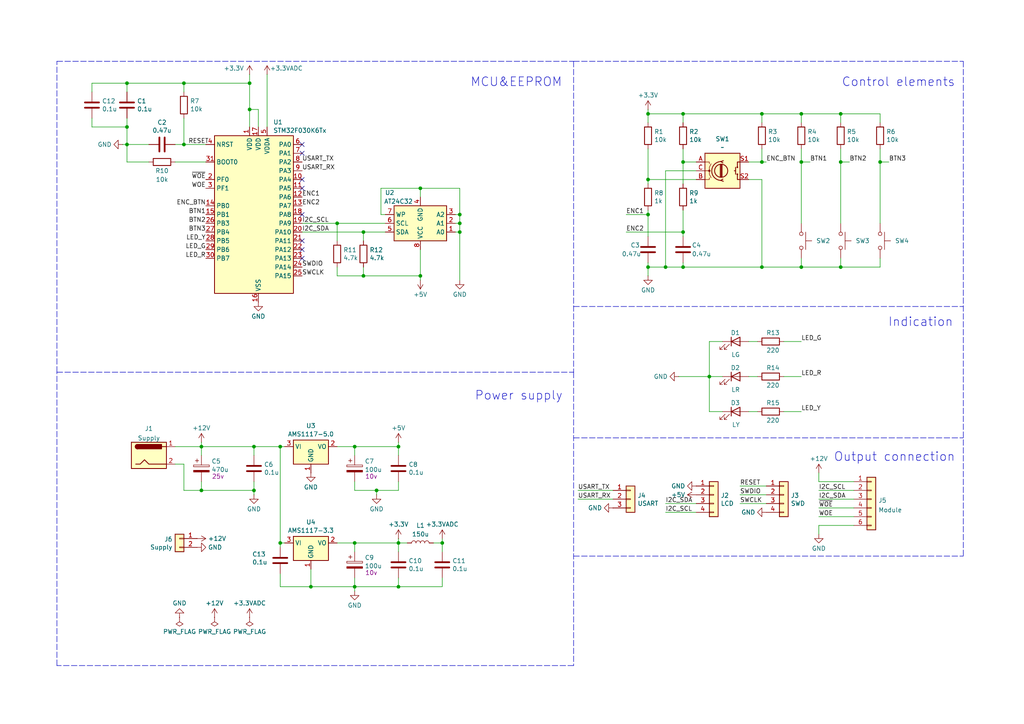
<source format=kicad_sch>
(kicad_sch (version 20231120) (generator "eeschema") (generator_version "8.0")
  (paper "A4")
  (title_block (title "Control module for active load") (date "2024-08-05") (comment 2 "Maxim UV"))
  (lib_symbols
    (symbol "+3.3V_1" (power) (pin_numbers hide) (pin_names (offset 0) hide)
      (property "Value" "+3.3V" (at 0 3.556 0))
      (symbol "+3.3V_1_0_1"
        (polyline (pts (xy -0.762 1.27) (xy 0 2.54)))
        (polyline (pts (xy 0 0) (xy 0 2.54)))
        (polyline (pts (xy 0 2.54) (xy 0.762 1.27)))
      )
      (symbol "+3.3V_1_1_1"
        (pin power_in line (at 0 0 90) (length 0) (name "~") (number "1"))
      )
    )
    (symbol "+5V_1" (power) (pin_numbers hide) (pin_names (offset 0) hide)
      (property "Value" "+5V" (at 0 3.556 0))
      (symbol "+5V_1_0_1"
        (polyline (pts (xy -0.762 1.27) (xy 0 2.54)))
        (polyline (pts (xy 0 0) (xy 0 2.54)))
        (polyline (pts (xy 0 2.54) (xy 0.762 1.27)))
      )
      (symbol "+5V_1_1_1"
        (pin power_in line (at 0 0 90) (length 0) (name "~") (number "1"))
      )
    )
    (symbol "Connector:Barrel_Jack" (pin_names (offset 1.016))
      (property "Reference" "J" (at 0 5.334 0))
      (property "Value" "Barrel_Jack" (at 0 -5.08 0))
      (symbol "Barrel_Jack_0_1"
        (rectangle (start -5.08 3.81) (end 5.08 -3.81) (stroke (width 0.254)) (fill (type background)))
        (arc (start -3.302 3.175) (mid -3.9343 2.54) (end -3.302 1.905) (stroke (width 0.254)))
        (arc (start -3.302 3.175) (mid -3.9343 2.54) (end -3.302 1.905) (stroke (width 0.254)) (fill (type outline)))
        (polyline (pts (xy 5.08 2.54) (xy 3.81 2.54)) (stroke (width 0.254)))
        (polyline (pts (xy -3.81 -2.54) (xy -2.54 -2.54) (xy -1.27 -1.27) (xy 0 -2.54) (xy 2.54 -2.54) (xy 5.08 -2.54)) (stroke (width 0.254)))
        (rectangle (start 3.683 3.175) (end -3.302 1.905) (stroke (width 0.254)) (fill (type outline)))
      )
      (symbol "Barrel_Jack_1_1"
        (pin passive line (at 7.62 2.54 180) (length 2.54) (name "~") (number "1"))
        (pin passive line (at 7.62 -2.54 180) (length 2.54) (name "~") (number "2"))
      )
    )
    (symbol "Connector_Generic:Conn_01x02" (pin_names (offset 1.016) hide)
      (property "Reference" "J" (at 0 2.54 0))
      (property "Value" "Conn_01x02" (at 0 -5.08 0))
      (symbol "Conn_01x02_1_1"
        (rectangle (start -1.27 -2.413) (end 0 -2.667) (stroke (width 0.1524)))
        (rectangle (start -1.27 0.127) (end 0 -0.127) (stroke (width 0.1524)))
        (rectangle (start -1.27 1.27) (end 1.27 -3.81) (stroke (width 0.254)) (fill (type background)))
        (pin passive line (at -5.08 0 0) (length 3.81) (name "Pin_1") (number "1"))
        (pin passive line (at -5.08 -2.54 0) (length 3.81) (name "Pin_2") (number "2"))
      )
    )
    (symbol "Connector_Generic:Conn_01x03" (pin_names (offset 1.016) hide)
      (property "Reference" "J" (at 0 5.08 0))
      (property "Value" "Conn_01x03" (at 0 -5.08 0))
      (symbol "Conn_01x03_1_1"
        (rectangle (start -1.27 -2.413) (end 0 -2.667) (stroke (width 0.1524)))
        (rectangle (start -1.27 0.127) (end 0 -0.127) (stroke (width 0.1524)))
        (rectangle (start -1.27 2.667) (end 0 2.413) (stroke (width 0.1524)))
        (rectangle (start -1.27 3.81) (end 1.27 -3.81) (stroke (width 0.254)) (fill (type background)))
        (pin passive line (at -5.08 2.54 0) (length 3.81) (name "Pin_1") (number "1"))
        (pin passive line (at -5.08 0 0) (length 3.81) (name "Pin_2") (number "2"))
        (pin passive line (at -5.08 -2.54 0) (length 3.81) (name "Pin_3") (number "3"))
      )
    )
    (symbol "Connector_Generic:Conn_01x04" (pin_names (offset 1.016) hide)
      (property "Reference" "J" (at 0 5.08 0))
      (property "Value" "Conn_01x04" (at 0 -7.62 0))
      (symbol "Conn_01x04_1_1"
        (rectangle (start -1.27 -4.953) (end 0 -5.207) (stroke (width 0.1524)))
        (rectangle (start -1.27 -2.413) (end 0 -2.667) (stroke (width 0.1524)))
        (rectangle (start -1.27 0.127) (end 0 -0.127) (stroke (width 0.1524)))
        (rectangle (start -1.27 2.667) (end 0 2.413) (stroke (width 0.1524)))
        (rectangle (start -1.27 3.81) (end 1.27 -6.35) (stroke (width 0.254)) (fill (type background)))
        (pin passive line (at -5.08 2.54 0) (length 3.81) (name "Pin_1") (number "1"))
        (pin passive line (at -5.08 0 0) (length 3.81) (name "Pin_2") (number "2"))
        (pin passive line (at -5.08 -2.54 0) (length 3.81) (name "Pin_3") (number "3"))
        (pin passive line (at -5.08 -5.08 0) (length 3.81) (name "Pin_4") (number "4"))
      )
    )
    (symbol "Connector_Generic:Conn_01x06" (pin_names (offset 1.016) hide)
      (property "Reference" "J" (at 0 7.62 0))
      (property "Value" "Conn_01x06" (at 0 -10.16 0))
      (symbol "Conn_01x06_1_1"
        (rectangle (start -1.27 -7.493) (end 0 -7.747) (stroke (width 0.1524)))
        (rectangle (start -1.27 -4.953) (end 0 -5.207) (stroke (width 0.1524)))
        (rectangle (start -1.27 -2.413) (end 0 -2.667) (stroke (width 0.1524)))
        (rectangle (start -1.27 0.127) (end 0 -0.127) (stroke (width 0.1524)))
        (rectangle (start -1.27 2.667) (end 0 2.413) (stroke (width 0.1524)))
        (rectangle (start -1.27 5.207) (end 0 4.953) (stroke (width 0.1524)))
        (rectangle (start -1.27 6.35) (end 1.27 -8.89) (stroke (width 0.254)) (fill (type background)))
        (pin passive line (at -5.08 5.08 0) (length 3.81) (name "Pin_1") (number "1"))
        (pin passive line (at -5.08 2.54 0) (length 3.81) (name "Pin_2") (number "2"))
        (pin passive line (at -5.08 0 0) (length 3.81) (name "Pin_3") (number "3"))
        (pin passive line (at -5.08 -2.54 0) (length 3.81) (name "Pin_4") (number "4"))
        (pin passive line (at -5.08 -5.08 0) (length 3.81) (name "Pin_5") (number "5"))
        (pin passive line (at -5.08 -7.62 0) (length 3.81) (name "Pin_6") (number "6"))
      )
    )
    (symbol "Device:C" (pin_numbers hide) (pin_names (offset 0.254))
      (property "Reference" "C" (at 0.635 2.54 0))
      (property "Value" "C" (at 0.635 -2.54 0))
      (symbol "C_0_1"
        (polyline (pts (xy -2.032 -0.762) (xy 2.032 -0.762)) (stroke (width 0.508)))
        (polyline (pts (xy -2.032 0.762) (xy 2.032 0.762)) (stroke (width 0.508)))
      )
      (symbol "C_1_1"
        (pin passive line (at 0 3.81 270) (length 2.794) (name "~") (number "1"))
        (pin passive line (at 0 -3.81 90) (length 2.794) (name "~") (number "2"))
      )
    )
    (symbol "Device:C_Polarized" (pin_numbers hide) (pin_names (offset 0.254))
      (property "Reference" "C" (at 0.635 2.54 0))
      (property "Value" "C_Polarized" (at 0.635 -2.54 0))
      (symbol "C_Polarized_0_1"
        (rectangle (start -2.286 0.508) (end 2.286 1.016))
        (polyline (pts (xy -1.778 2.286) (xy -0.762 2.286)))
        (polyline (pts (xy -1.27 2.794) (xy -1.27 1.778)))
        (rectangle (start 2.286 -0.508) (end -2.286 -1.016) (fill (type outline)))
      )
      (symbol "C_Polarized_1_1"
        (pin passive line (at 0 3.81 270) (length 2.794) (name "~") (number "1"))
        (pin passive line (at 0 -3.81 90) (length 2.794) (name "~") (number "2"))
      )
    )
    (symbol "Device:L" (pin_numbers hide) (pin_names (offset 1.016) hide)
      (property "Reference" "L" (at -1.27 0 90))
      (property "Value" "L" (at 1.905 0 90))
      (symbol "L_0_1"
        (arc (start 0 -2.54) (mid 0.6323 -1.905) (end 0 -1.27))
        (arc (start 0 -1.27) (mid 0.6323 -0.635) (end 0 0))
        (arc (start 0 0) (mid 0.6323 0.635) (end 0 1.27))
        (arc (start 0 1.27) (mid 0.6323 1.905) (end 0 2.54))
      )
      (symbol "L_1_1"
        (pin passive line (at 0 3.81 270) (length 1.27) (name "1") (number "1"))
        (pin passive line (at 0 -3.81 90) (length 1.27) (name "2") (number "2"))
      )
    )
    (symbol "Device:LED" (pin_numbers hide) (pin_names (offset 1.016) hide)
      (property "Reference" "D" (at 0 2.54 0))
      (property "Value" "LED" (at 0 -2.54 0))
      (symbol "LED_0_1"
        (polyline (pts (xy -1.27 -1.27) (xy -1.27 1.27)) (stroke (width 0.254)))
        (polyline (pts (xy -1.27 0) (xy 1.27 0)))
        (polyline (pts (xy 1.27 -1.27) (xy 1.27 1.27) (xy -1.27 0) (xy 1.27 -1.27)) (stroke (width 0.254)))
        (polyline (pts (xy -3.048 -0.762) (xy -4.572 -2.286) (xy -3.81 -2.286) (xy -4.572 -2.286) (xy -4.572 -1.524)))
        (polyline (pts (xy -1.778 -0.762) (xy -3.302 -2.286) (xy -2.54 -2.286) (xy -3.302 -2.286) (xy -3.302 -1.524)))
      )
      (symbol "LED_1_1"
        (pin passive line (at -3.81 0 0) (length 2.54) (name "K") (number "1"))
        (pin passive line (at 3.81 0 180) (length 2.54) (name "A") (number "2"))
      )
    )
    (symbol "Device:R" (pin_numbers hide) (pin_names (offset 0))
      (property "Reference" "R" (at 2.032 0 90))
      (property "Value" "R" (at 0 0 90))
      (symbol "R_0_1"
        (rectangle (start -1.016 -2.54) (end 1.016 2.54) (stroke (width 0.254)))
      )
      (symbol "R_1_1"
        (pin passive line (at 0 3.81 270) (length 1.27) (name "~") (number "1"))
        (pin passive line (at 0 -3.81 90) (length 1.27) (name "~") (number "2"))
      )
    )
    (symbol "Device:RotaryEncoder_Switch" (pin_names (offset 0.254) hide)
      (property "Reference" "SW" (at 0 6.604 0))
      (property "Value" "RotaryEncoder_Switch" (at 0 -6.604 0))
      (symbol "RotaryEncoder_Switch_0_1"
        (rectangle (start -5.08 5.08) (end 5.08 -5.08) (stroke (width 0.254)) (fill (type background)))
        (circle (center -3.81 0) (radius 0.254) (fill (type outline)))
        (circle (center -0.381 0) (radius 1.905) (stroke (width 0.254)))
        (arc (start -0.381 2.667) (mid -3.0988 -0.0635) (end -0.381 -2.794) (stroke (width 0.254)))
        (polyline (pts (xy -0.635 -1.778) (xy -0.635 1.778)) (stroke (width 0.254)))
        (polyline (pts (xy -0.381 -1.778) (xy -0.381 1.778)) (stroke (width 0.254)))
        (polyline (pts (xy -0.127 1.778) (xy -0.127 -1.778)) (stroke (width 0.254)))
        (polyline (pts (xy 3.81 0) (xy 3.429 0)) (stroke (width 0.254)))
        (polyline (pts (xy 3.81 1.016) (xy 3.81 -1.016)) (stroke (width 0.254)))
        (polyline (pts (xy -5.08 -2.54) (xy -3.81 -2.54) (xy -3.81 -2.032)))
        (polyline (pts (xy -5.08 2.54) (xy -3.81 2.54) (xy -3.81 2.032)))
        (polyline (pts (xy 0.254 -3.048) (xy -0.508 -2.794) (xy 0.127 -2.413)) (stroke (width 0.254)))
        (polyline (pts (xy 0.254 2.921) (xy -0.508 2.667) (xy 0.127 2.286)) (stroke (width 0.254)))
        (polyline (pts (xy 5.08 -2.54) (xy 4.318 -2.54) (xy 4.318 -1.016)) (stroke (width 0.254)))
        (polyline (pts (xy 5.08 2.54) (xy 4.318 2.54) (xy 4.318 1.016)) (stroke (width 0.254)))
        (polyline (pts (xy -5.08 0) (xy -3.81 0) (xy -3.81 -1.016) (xy -3.302 -2.032)))
        (polyline (pts (xy -4.318 0) (xy -3.81 0) (xy -3.81 1.016) (xy -3.302 2.032)))
        (circle (center 4.318 -1.016) (radius 0.127) (stroke (width 0.254)))
        (circle (center 4.318 1.016) (radius 0.127) (stroke (width 0.254)))
      )
      (symbol "RotaryEncoder_Switch_1_1"
        (pin passive line (at -7.62 2.54 0) (length 2.54) (name "A") (number "A"))
        (pin passive line (at -7.62 -2.54 0) (length 2.54) (name "B") (number "B"))
        (pin passive line (at -7.62 0 0) (length 2.54) (name "C") (number "C"))
        (pin passive line (at 7.62 2.54 180) (length 2.54) (name "S1") (number "S1"))
        (pin passive line (at 7.62 -2.54 180) (length 2.54) (name "S2") (number "S2"))
      )
    )
    (symbol "GND_1" (power) (pin_numbers hide) (pin_names (offset 0) hide)
      (property "Value" "GND" (at 0 -3.81 0))
      (symbol "GND_1_0_1"
        (polyline (pts (xy 0 0) (xy 0 -1.27) (xy 1.27 -1.27) (xy 0 -2.54) (xy -1.27 -1.27) (xy 0 -1.27)))
      )
      (symbol "GND_1_1_1"
        (pin power_in line (at 0 0 270) (length 0) (name "~") (number "1"))
      )
    )
    (symbol "MCU_ST_STM32F0:STM32F030K6Tx"
      (property "Reference" "U" (at -10.16 24.13 0))
      (property "Value" "STM32F030K6Tx" (at 7.62 24.13 0))
      (symbol "STM32F030K6Tx_0_1"
        (rectangle (start -10.16 -22.86) (end 12.7 22.86) (stroke (width 0.254)) (fill (type background)))
      )
      (symbol "STM32F030K6Tx_1_1"
        (pin power_in line (at 0 25.4 270) (length 2.54) (name "VDD") (number "1"))
        (pin bidirectional line (at 15.24 10.16 180) (length 2.54) (name "PA4") (number "10"))
        (pin bidirectional line (at 15.24 7.62 180) (length 2.54) (name "PA5") (number "11"))
        (pin bidirectional line (at 15.24 5.08 180) (length 2.54) (name "PA6") (number "12"))
        (pin bidirectional line (at 15.24 2.54 180) (length 2.54) (name "PA7") (number "13"))
        (pin bidirectional line (at -12.7 2.54 0) (length 2.54) (name "PB0") (number "14"))
        (pin bidirectional line (at -12.7 0 0) (length 2.54) (name "PB1") (number "15"))
        (pin power_in line (at 2.54 -25.4 90) (length 2.54) (name "VSS") (number "16"))
        (pin power_in line (at 2.54 25.4 270) (length 2.54) (name "VDD") (number "17"))
        (pin bidirectional line (at 15.24 0 180) (length 2.54) (name "PA8") (number "18"))
        (pin bidirectional line (at 15.24 -2.54 180) (length 2.54) (name "PA9") (number "19"))
        (pin bidirectional line (at -12.7 10.16 0) (length 2.54) (name "PF0") (number "2"))
        (pin bidirectional line (at 15.24 -5.08 180) (length 2.54) (name "PA10") (number "20"))
        (pin bidirectional line (at 15.24 -7.62 180) (length 2.54) (name "PA11") (number "21"))
        (pin bidirectional line (at 15.24 -10.16 180) (length 2.54) (name "PA12") (number "22"))
        (pin bidirectional line (at 15.24 -12.7 180) (length 2.54) (name "PA13") (number "23"))
        (pin bidirectional line (at 15.24 -15.24 180) (length 2.54) (name "PA14") (number "24"))
        (pin bidirectional line (at 15.24 -17.78 180) (length 2.54) (name "PA15") (number "25"))
        (pin bidirectional line (at -12.7 -2.54 0) (length 2.54) (name "PB3") (number "26"))
        (pin bidirectional line (at -12.7 -5.08 0) (length 2.54) (name "PB4") (number "27"))
        (pin bidirectional line (at -12.7 -7.62 0) (length 2.54) (name "PB5") (number "28"))
        (pin bidirectional line (at -12.7 -10.16 0) (length 2.54) (name "PB6") (number "29"))
        (pin bidirectional line (at -12.7 7.62 0) (length 2.54) (name "PF1") (number "3"))
        (pin bidirectional line (at -12.7 -12.7 0) (length 2.54) (name "PB7") (number "30"))
        (pin input line (at -12.7 15.24 0) (length 2.54) (name "BOOT0") (number "31"))
        (pin passive line (at 2.54 -25.4 90) (length 2.54) hide (name "VSS") (number "32"))
        (pin input line (at -12.7 20.32 0) (length 2.54) (name "NRST") (number "4"))
        (pin power_in line (at 5.08 25.4 270) (length 2.54) (name "VDDA") (number "5"))
        (pin bidirectional line (at 15.24 20.32 180) (length 2.54) (name "PA0") (number "6"))
        (pin bidirectional line (at 15.24 17.78 180) (length 2.54) (name "PA1") (number "7"))
        (pin bidirectional line (at 15.24 15.24 180) (length 2.54) (name "PA2") (number "8"))
        (pin bidirectional line (at 15.24 12.7 180) (length 2.54) (name "PA3") (number "9"))
      )
    )
    (symbol "Memory_EEPROM:AT24CS32-SSHM"
      (property "Reference" "U" (at -7.62 6.35 0))
      (property "Value" "AT24CS32-SSHM" (at 2.54 -6.35 0))
      (symbol "AT24CS32-SSHM_1_1"
        (rectangle (start -7.62 5.08) (end 7.62 -5.08) (stroke (width 0.254)) (fill (type background)))
        (pin input line (at -10.16 2.54 0) (length 2.54) (name "A0") (number "1"))
        (pin input line (at -10.16 0 0) (length 2.54) (name "A1") (number "2"))
        (pin input line (at -10.16 -2.54 0) (length 2.54) (name "A2") (number "3"))
        (pin power_in line (at 0 -7.62 90) (length 2.54) (name "GND") (number "4"))
        (pin bidirectional line (at 10.16 2.54 180) (length 2.54) (name "SDA") (number "5"))
        (pin input line (at 10.16 0 180) (length 2.54) (name "SCL") (number "6"))
        (pin input line (at 10.16 -2.54 180) (length 2.54) (name "WP") (number "7"))
        (pin power_in line (at 0 7.62 270) (length 2.54) (name "VCC") (number "8"))
      )
    )
    (symbol "Regulator_Linear:AMS1117-3.3"
      (property "Reference" "U" (at -3.81 3.175 0))
      (property "Value" "AMS1117-3.3" (at 0 3.175 0))
      (symbol "AMS1117-3.3_0_1"
        (rectangle (start -5.08 -5.08) (end 5.08 1.905) (stroke (width 0.254)) (fill (type background)))
      )
      (symbol "AMS1117-3.3_1_1"
        (pin power_in line (at 0 -7.62 90) (length 2.54) (name "GND") (number "1"))
        (pin power_out line (at 7.62 0 180) (length 2.54) (name "VO") (number "2"))
        (pin power_in line (at -7.62 0 0) (length 2.54) (name "VI") (number "3"))
      )
    )
    (symbol "Regulator_Linear:AMS1117-5.0"
      (property "Reference" "U" (at -3.81 3.175 0))
      (property "Value" "AMS1117-5.0" (at 0 3.175 0))
      (symbol "AMS1117-5.0_0_1"
        (rectangle (start -5.08 -5.08) (end 5.08 1.905) (stroke (width 0.254)) (fill (type background)))
      )
      (symbol "AMS1117-5.0_1_1"
        (pin power_in line (at 0 -7.62 90) (length 2.54) (name "GND") (number "1"))
        (pin power_out line (at 7.62 0 180) (length 2.54) (name "VO") (number "2"))
        (pin power_in line (at -7.62 0 0) (length 2.54) (name "VI") (number "3"))
      )
    )
    (symbol "Switch:SW_Push" (pin_numbers hide) (pin_names (offset 1.016) hide)
      (property "Reference" "SW" (at 1.27 2.54 0))
      (property "Value" "SW_Push" (at 0 -1.524 0))
      (symbol "SW_Push_0_1"
        (circle (center -2.032 0) (radius 0.508))
        (polyline (pts (xy 0 1.27) (xy 0 3.048)))
        (polyline (pts (xy 2.54 1.27) (xy -2.54 1.27)))
        (circle (center 2.032 0) (radius 0.508))
        (pin passive line (at -5.08 0 0) (length 2.54) (name "1") (number "1"))
        (pin passive line (at 5.08 0 180) (length 2.54) (name "2") (number "2"))
      )
    )
    (symbol "power:+12V" (power) (pin_numbers hide) (pin_names (offset 0) hide)
      (property "Value" "+12V" (at 0 3.556 0))
      (symbol "+12V_0_1"
        (polyline (pts (xy -0.762 1.27) (xy 0 2.54)))
        (polyline (pts (xy 0 0) (xy 0 2.54)))
        (polyline (pts (xy 0 2.54) (xy 0.762 1.27)))
      )
      (symbol "+12V_1_1"
        (pin power_in line (at 0 0 90) (length 0) (name "~") (number "1"))
      )
    )
    (symbol "power:+3.3VADC" (power) (pin_numbers hide) (pin_names (offset 0) hide)
      (property "Value" "+3.3VADC" (at 0 3.556 0))
      (symbol "+3.3VADC_0_0"
        (pin power_in line (at 0 0 90) (length 0) (name "~") (number "1"))
      )
      (symbol "+3.3VADC_0_1"
        (polyline (pts (xy -0.762 1.27) (xy 0 2.54)))
        (polyline (pts (xy 0 0) (xy 0 2.54)))
        (polyline (pts (xy 0 2.54) (xy 0.762 1.27)))
      )
    )
    (symbol "power:PWR_FLAG" (power) (pin_numbers hide) (pin_names (offset 0) hide)
      (property "Value" "PWR_FLAG" (at 0 3.81 0))
      (symbol "PWR_FLAG_0_0"
        (pin power_out line (at 0 0 90) (length 0) (name "~") (number "1"))
      )
      (symbol "PWR_FLAG_0_1"
        (polyline (pts (xy 0 0) (xy 0 1.27) (xy -1.016 1.905) (xy 0 2.54) (xy 1.016 1.905) (xy 0 1.27)))
      )
    )
  )
  (junction (at 105.41 67.31))
  (junction (at 115.57 170.18))
  (junction (at 133.35 62.23))
  (junction (at 198.12 77.47))
  (junction (at 128.27 157.48))
  (junction (at 81.28 157.48))
  (junction (at 133.35 67.31))
  (junction (at 187.96 77.47))
  (junction (at 187.96 33.02))
  (junction (at 102.87 129.54))
  (junction (at 53.34 41.91))
  (junction (at 58.42 142.24))
  (junction (at 53.34 24.13))
  (junction (at 72.39 24.13))
  (junction (at 115.57 129.54))
  (junction (at 220.98 33.02))
  (junction (at 187.96 52.07))
  (junction (at 36.83 24.13))
  (junction (at 232.41 46.99))
  (junction (at 36.83 41.91))
  (junction (at 36.83 36.83))
  (junction (at 232.41 33.02))
  (junction (at 109.22 142.24))
  (junction (at 255.27 46.99))
  (junction (at 220.98 77.47))
  (junction (at 121.92 80.01))
  (junction (at 243.84 46.99))
  (junction (at 97.79 64.77))
  (junction (at 115.57 157.48))
  (junction (at 105.41 80.01))
  (junction (at 121.92 54.61))
  (junction (at 72.39 31.75))
  (junction (at 81.28 129.54))
  (junction (at 133.35 64.77))
  (junction (at 205.74 109.22))
  (junction (at 232.41 77.47))
  (junction (at 198.12 46.99))
  (junction (at 73.66 142.24))
  (junction (at 102.87 170.18))
  (junction (at 198.12 33.02))
  (junction (at 243.84 33.02))
  (junction (at 58.42 129.54))
  (junction (at 243.84 77.47))
  (junction (at 187.96 62.23))
  (junction (at 73.66 129.54))
  (junction (at 193.04 77.47))
  (junction (at 198.12 67.31))
  (junction (at 220.98 46.99))
  (junction (at 90.17 170.18))
  (junction (at 102.87 157.48))
  (no_connect (at 87.63 62.23))
  (no_connect (at 87.63 69.85))
  (no_connect (at 87.63 54.61))
  (no_connect (at 87.63 74.93))
  (no_connect (at 87.63 44.45))
  (no_connect (at 87.63 52.07))
  (no_connect (at 87.63 41.91))
  (no_connect (at 87.63 72.39))
  (wire (pts (xy 198.12 46.99) (xy 201.93 46.99)))
  (wire (pts (xy 193.04 77.47) (xy 198.12 77.47)))
  (wire (pts (xy 243.84 35.56) (xy 243.84 33.02)))
  (polyline (pts (xy 166.37 161.29) (xy 279.4 161.29)) (stroke (width 0) (type dash)))
  (wire (pts (xy 50.8 129.54) (xy 58.42 129.54)))
  (wire (pts (xy 102.87 160.02) (xy 102.87 157.48)))
  (wire (pts (xy 220.98 52.07) (xy 220.98 77.47)))
  (wire (pts (xy 237.49 154.94) (xy 237.49 152.4)))
  (wire (pts (xy 111.76 67.31) (xy 105.41 67.31)))
  (wire (pts (xy 198.12 76.2) (xy 198.12 77.47)))
  (wire (pts (xy 74.93 31.75) (xy 72.39 31.75)))
  (wire (pts (xy 217.17 52.07) (xy 220.98 52.07)))
  (wire (pts (xy 115.57 128.27) (xy 115.57 129.54)))
  (wire (pts (xy 198.12 60.96) (xy 198.12 67.31)))
  (wire (pts (xy 220.98 33.02) (xy 232.41 33.02)))
  (wire (pts (xy 115.57 156.21) (xy 115.57 157.48)))
  (wire (pts (xy 187.96 62.23) (xy 187.96 68.58)))
  (wire (pts (xy 220.98 46.99) (xy 217.17 46.99)))
  (wire (pts (xy 201.93 49.53) (xy 193.04 49.53)))
  (wire (pts (xy 81.28 129.54) (xy 81.28 157.48)))
  (wire (pts (xy 77.47 21.59) (xy 77.47 36.83)))
  (wire (pts (xy 227.33 119.38) (xy 232.41 119.38)))
  (wire (pts (xy 187.96 77.47) (xy 193.04 77.47)))
  (polyline (pts (xy 166.37 107.95) (xy 166.37 193.04)) (stroke (width 0) (type dash)))
  (wire (pts (xy 217.17 109.22) (xy 219.71 109.22)))
  (wire (pts (xy 220.98 35.56) (xy 220.98 33.02)))
  (wire (pts (xy 187.96 52.07) (xy 187.96 53.34)))
  (wire (pts (xy 209.55 99.06) (xy 205.74 99.06)))
  (wire (pts (xy 187.96 33.02) (xy 198.12 33.02)))
  (wire (pts (xy 243.84 74.93) (xy 243.84 77.47)))
  (wire (pts (xy 133.35 64.77) (xy 133.35 67.31)))
  (polyline (pts (xy 166.37 17.78) (xy 166.37 107.95)) (stroke (width 0) (type dash)))
  (wire (pts (xy 73.66 139.7) (xy 73.66 142.24)))
  (wire (pts (xy 36.83 41.91) (xy 43.18 41.91)))
  (wire (pts (xy 53.34 34.29) (xy 53.34 41.91)))
  (wire (pts (xy 73.66 142.24) (xy 58.42 142.24)))
  (wire (pts (xy 198.12 33.02) (xy 220.98 33.02)))
  (wire (pts (xy 237.49 147.32) (xy 247.65 147.32)))
  (wire (pts (xy 36.83 36.83) (xy 36.83 41.91)))
  (wire (pts (xy 187.96 31.75) (xy 187.96 33.02)))
  (wire (pts (xy 115.57 167.64) (xy 115.57 170.18)))
  (wire (pts (xy 198.12 77.47) (xy 220.98 77.47)))
  (wire (pts (xy 102.87 132.08) (xy 102.87 129.54)))
  (wire (pts (xy 227.33 99.06) (xy 232.41 99.06)))
  (wire (pts (xy 97.79 157.48) (xy 102.87 157.48)))
  (wire (pts (xy 128.27 156.21) (xy 128.27 157.48)))
  (polyline (pts (xy 166.37 193.04) (xy 16.51 193.04)) (stroke (width 0) (type dash)))
  (wire (pts (xy 133.35 67.31) (xy 132.08 67.31)))
  (wire (pts (xy 81.28 129.54) (xy 82.55 129.54)))
  (wire (pts (xy 217.17 119.38) (xy 219.71 119.38)))
  (wire (pts (xy 193.04 49.53) (xy 193.04 77.47)))
  (wire (pts (xy 187.96 77.47) (xy 187.96 80.01)))
  (wire (pts (xy 133.35 54.61) (xy 121.92 54.61)))
  (wire (pts (xy 81.28 157.48) (xy 81.28 158.75)))
  (wire (pts (xy 196.85 109.22) (xy 205.74 109.22)))
  (wire (pts (xy 90.17 165.1) (xy 90.17 170.18)))
  (wire (pts (xy 237.49 152.4) (xy 247.65 152.4)))
  (wire (pts (xy 232.41 77.47) (xy 232.41 74.93)))
  (wire (pts (xy 53.34 142.24) (xy 58.42 142.24)))
  (wire (pts (xy 232.41 64.77) (xy 232.41 46.99)))
  (wire (pts (xy 128.27 170.18) (xy 115.57 170.18)))
  (wire (pts (xy 97.79 80.01) (xy 105.41 80.01)))
  (wire (pts (xy 111.76 64.77) (xy 97.79 64.77)))
  (wire (pts (xy 255.27 74.93) (xy 255.27 77.47)))
  (wire (pts (xy 121.92 80.01) (xy 121.92 81.28)))
  (wire (pts (xy 43.18 46.99) (xy 36.83 46.99)))
  (wire (pts (xy 105.41 69.85) (xy 105.41 67.31)))
  (wire (pts (xy 105.41 80.01) (xy 121.92 80.01)))
  (wire (pts (xy 121.92 57.15) (xy 121.92 54.61)))
  (polyline (pts (xy 16.51 107.95) (xy 166.37 107.95)) (stroke (width 0) (type dash)))
  (wire (pts (xy 53.34 24.13) (xy 72.39 24.13)))
  (wire (pts (xy 50.8 134.62) (xy 53.34 134.62)))
  (wire (pts (xy 115.57 157.48) (xy 118.11 157.48)))
  (wire (pts (xy 234.95 46.99) (xy 232.41 46.99)))
  (wire (pts (xy 102.87 171.45) (xy 102.87 170.18)))
  (wire (pts (xy 109.22 142.24) (xy 115.57 142.24)))
  (wire (pts (xy 198.12 33.02) (xy 198.12 35.56)))
  (wire (pts (xy 198.12 67.31) (xy 198.12 68.58)))
  (wire (pts (xy 205.74 119.38) (xy 209.55 119.38)))
  (wire (pts (xy 193.04 148.59) (xy 201.93 148.59)))
  (wire (pts (xy 187.96 76.2) (xy 187.96 77.47)))
  (wire (pts (xy 243.84 46.99) (xy 243.84 64.77)))
  (wire (pts (xy 102.87 170.18) (xy 115.57 170.18)))
  (wire (pts (xy 198.12 43.18) (xy 198.12 46.99)))
  (wire (pts (xy 110.49 54.61) (xy 110.49 62.23)))
  (wire (pts (xy 26.67 36.83) (xy 36.83 36.83)))
  (wire (pts (xy 121.92 72.39) (xy 121.92 80.01)))
  (wire (pts (xy 58.42 129.54) (xy 58.42 132.08)))
  (wire (pts (xy 72.39 31.75) (xy 72.39 36.83)))
  (polyline (pts (xy 16.51 107.95) (xy 16.51 17.78)) (stroke (width 0) (type dash)))
  (wire (pts (xy 58.42 139.7) (xy 58.42 142.24)))
  (wire (pts (xy 59.69 46.99) (xy 50.8 46.99)))
  (wire (pts (xy 237.49 144.78) (xy 247.65 144.78)))
  (wire (pts (xy 53.34 41.91) (xy 59.69 41.91)))
  (wire (pts (xy 102.87 157.48) (xy 115.57 157.48)))
  (polyline (pts (xy 166.37 88.9) (xy 279.4 88.9)) (stroke (width 0) (type dash)))
  (wire (pts (xy 255.27 77.47) (xy 243.84 77.47)))
  (wire (pts (xy 243.84 43.18) (xy 243.84 46.99)))
  (wire (pts (xy 198.12 46.99) (xy 198.12 53.34)))
  (wire (pts (xy 237.49 142.24) (xy 247.65 142.24)))
  (wire (pts (xy 58.42 129.54) (xy 73.66 129.54)))
  (wire (pts (xy 102.87 167.64) (xy 102.87 170.18)))
  (wire (pts (xy 181.61 62.23) (xy 187.96 62.23)))
  (wire (pts (xy 36.83 34.29) (xy 36.83 36.83)))
  (wire (pts (xy 167.64 144.78) (xy 177.8 144.78)))
  (wire (pts (xy 128.27 160.02) (xy 128.27 157.48)))
  (wire (pts (xy 58.42 128.27) (xy 58.42 129.54)))
  (wire (pts (xy 187.96 35.56) (xy 187.96 33.02)))
  (polyline (pts (xy 166.37 127) (xy 279.4 127)) (stroke (width 0) (type dash)))
  (polyline (pts (xy 279.4 17.78) (xy 279.4 161.29)) (stroke (width 0) (type dash)))
  (wire (pts (xy 193.04 146.05) (xy 201.93 146.05)))
  (wire (pts (xy 125.73 157.48) (xy 128.27 157.48)))
  (wire (pts (xy 133.35 62.23) (xy 133.35 64.77)))
  (wire (pts (xy 132.08 62.23) (xy 133.35 62.23)))
  (wire (pts (xy 222.25 46.99) (xy 220.98 46.99)))
  (wire (pts (xy 90.17 170.18) (xy 81.28 170.18)))
  (wire (pts (xy 255.27 46.99) (xy 255.27 64.77)))
  (wire (pts (xy 87.63 64.77) (xy 97.79 64.77)))
  (wire (pts (xy 110.49 62.23) (xy 111.76 62.23)))
  (wire (pts (xy 214.63 140.97) (xy 222.25 140.97)))
  (wire (pts (xy 227.33 109.22) (xy 232.41 109.22)))
  (wire (pts (xy 255.27 46.99) (xy 257.81 46.99)))
  (polyline (pts (xy 16.51 193.04) (xy 16.51 107.95)) (stroke (width 0) (type dash)))
  (wire (pts (xy 105.41 77.47) (xy 105.41 80.01)))
  (wire (pts (xy 237.49 139.7) (xy 247.65 139.7)))
  (wire (pts (xy 97.79 69.85) (xy 97.79 64.77)))
  (wire (pts (xy 133.35 54.61) (xy 133.35 62.23)))
  (wire (pts (xy 87.63 67.31) (xy 105.41 67.31)))
  (wire (pts (xy 217.17 99.06) (xy 219.71 99.06)))
  (wire (pts (xy 187.96 52.07) (xy 201.93 52.07)))
  (wire (pts (xy 26.67 24.13) (xy 36.83 24.13)))
  (wire (pts (xy 255.27 35.56) (xy 255.27 33.02)))
  (wire (pts (xy 97.79 129.54) (xy 102.87 129.54)))
  (wire (pts (xy 73.66 129.54) (xy 81.28 129.54)))
  (wire (pts (xy 133.35 81.28) (xy 133.35 67.31)))
  (wire (pts (xy 214.63 146.05) (xy 222.25 146.05)))
  (wire (pts (xy 205.74 109.22) (xy 209.55 109.22)))
  (wire (pts (xy 121.92 54.61) (xy 110.49 54.61)))
  (wire (pts (xy 214.63 143.51) (xy 222.25 143.51)))
  (wire (pts (xy 72.39 24.13) (xy 72.39 31.75)))
  (wire (pts (xy 102.87 139.7) (xy 102.87 142.24)))
  (wire (pts (xy 243.84 33.02) (xy 232.41 33.02)))
  (wire (pts (xy 26.67 34.29) (xy 26.67 36.83)))
  (wire (pts (xy 255.27 33.02) (xy 243.84 33.02)))
  (wire (pts (xy 81.28 166.37) (xy 81.28 170.18)))
  (wire (pts (xy 109.22 143.51) (xy 109.22 142.24)))
  (wire (pts (xy 187.96 60.96) (xy 187.96 62.23)))
  (wire (pts (xy 115.57 142.24) (xy 115.57 139.7)))
  (wire (pts (xy 36.83 26.67) (xy 36.83 24.13)))
  (wire (pts (xy 128.27 167.64) (xy 128.27 170.18)))
  (wire (pts (xy 115.57 129.54) (xy 115.57 132.08)))
  (wire (pts (xy 50.8 41.91) (xy 53.34 41.91)))
  (wire (pts (xy 132.08 64.77) (xy 133.35 64.77)))
  (wire (pts (xy 255.27 43.18) (xy 255.27 46.99)))
  (wire (pts (xy 36.83 24.13) (xy 53.34 24.13)))
  (wire (pts (xy 74.93 36.83) (xy 74.93 31.75)))
  (wire (pts (xy 102.87 142.24) (xy 109.22 142.24)))
  (wire (pts (xy 220.98 43.18) (xy 220.98 46.99)))
  (wire (pts (xy 35.56 41.91) (xy 36.83 41.91)))
  (polyline (pts (xy 166.37 17.78) (xy 279.4 17.78)) (stroke (width 0) (type dash)))
  (wire (pts (xy 232.41 33.02) (xy 232.41 35.56)))
  (wire (pts (xy 53.34 134.62) (xy 53.34 142.24)))
  (wire (pts (xy 167.64 142.24) (xy 177.8 142.24)))
  (wire (pts (xy 243.84 46.99) (xy 246.38 46.99)))
  (wire (pts (xy 187.96 43.18) (xy 187.96 52.07)))
  (wire (pts (xy 232.41 46.99) (xy 232.41 43.18)))
  (wire (pts (xy 97.79 77.47) (xy 97.79 80.01)))
  (wire (pts (xy 36.83 46.99) (xy 36.83 41.91)))
  (wire (pts (xy 115.57 157.48) (xy 115.57 160.02)))
  (wire (pts (xy 237.49 149.86) (xy 247.65 149.86)))
  (wire (pts (xy 181.61 67.31) (xy 198.12 67.31)))
  (polyline (pts (xy 16.51 17.78) (xy 166.37 17.78)) (stroke (width 0) (type dash)))
  (wire (pts (xy 102.87 170.18) (xy 90.17 170.18)))
  (wire (pts (xy 72.39 21.59) (xy 72.39 24.13)))
  (wire (pts (xy 82.55 157.48) (xy 81.28 157.48)))
  (wire (pts (xy 237.49 137.16) (xy 237.49 139.7)))
  (wire (pts (xy 205.74 99.06) (xy 205.74 109.22)))
  (wire (pts (xy 26.67 26.67) (xy 26.67 24.13)))
  (wire (pts (xy 205.74 109.22) (xy 205.74 119.38)))
  (wire (pts (xy 53.34 26.67) (xy 53.34 24.13)))
  (wire (pts (xy 73.66 142.24) (xy 73.66 143.51)))
  (wire (pts (xy 220.98 77.47) (xy 232.41 77.47)))
  (wire (pts (xy 102.87 129.54) (xy 115.57 129.54)))
  (wire (pts (xy 243.84 77.47) (xy 232.41 77.47)))
  (wire (pts (xy 73.66 132.08) (xy 73.66 129.54)))
  (text "Control elements" (at 244.094 25.4 0) (effects (font (size 2.54 2.54)) (justify left bottom)))
  (text "Output connection" (at 241.808 134.112 0) (effects (font (size 2.54 2.54)) (justify left bottom)))
  (text "MCU&EEPROM\n" (at 136.398 25.4 0) (effects (font (size 2.54 2.54)) (justify left bottom)))
  (text "Indication" (at 257.556 94.996 0) (effects (font (size 2.54 2.54)) (justify left bottom)))
  (text "Power supply\n" (at 137.668 116.332 0) (effects (font (size 2.54 2.54)) (justify left bottom)))
  (label "~{WOE}" (at 59.69 52.07 180))
  (label "USART_TX" (at 167.64 142.24 0))
  (label "BTN2" (at 246.38 46.99 0))
  (label "RESET" (at 54.61 41.91 0))
  (label "ENC1" (at 87.63 57.15 0))
  (label "LED_Y" (at 59.69 69.85 180))
  (label "BTN1" (at 59.69 62.23 180))
  (label "LED_G" (at 232.41 99.06 0))
  (label "RESET" (at 214.63 140.97 0))
  (label "I2C_SCL" (at 193.04 148.59 0))
  (label "ENC2" (at 181.61 67.31 0))
  (label "LED_G" (at 59.69 72.39 180))
  (label "WOE" (at 59.69 54.61 180))
  (label "SWCLK" (at 214.63 146.05 0))
  (label "~{WOE}" (at 237.49 147.32 0))
  (label "BTN2" (at 59.69 64.77 180))
  (label "I2C_SDA" (at 87.63 67.31 0))
  (label "USART_RX" (at 167.64 144.78 0))
  (label "USART_TX" (at 87.63 46.99 0))
  (label "ENC2" (at 87.63 59.69 0))
  (label "BTN1" (at 234.95 46.99 0))
  (label "BTN3" (at 257.81 46.99 0))
  (label "WOE" (at 237.49 149.86 0))
  (label "ENC_BTN" (at 222.25 46.99 0))
  (label "BTN3" (at 59.69 67.31 180))
  (label "I2C_SCL" (at 237.49 142.24 0))
  (label "LED_Y" (at 232.41 119.38 0))
  (label "ENC1" (at 181.61 62.23 0))
  (label "I2C_SCL" (at 87.63 64.77 0))
  (label "SWDIO" (at 87.63 77.47 0))
  (label "SWDIO" (at 214.63 143.51 0))
  (label "USART_RX" (at 87.63 49.53 0))
  (label "LED_R" (at 59.69 74.93 180))
  (label "I2C_SDA" (at 193.04 146.05 0))
  (label "SWCLK" (at 87.63 80.01 0))
  (label "ENC_BTN" (at 59.69 59.69 180))
  (label "LED_R" (at 232.41 109.22 0))
  (label "I2C_SDA" (at 237.49 144.78 0))
  (symbol (lib_name "+5V_1") (lib_id "power:+5V") (at 115.57 128.27 0) (unit 1)
    (property "Reference" "#PWR011" (effects (hide yes)))
    (property "Value" "+5V" (at 115.57 124.1369 0))
    (property "Description" "Power symbol creates a global label with name \"+5V\"" (effects (hide yes)))
  )
  (symbol (lib_name "GND_1") (lib_id "power:GND") (at 35.56 41.91 270) (unit 1)
    (property "Reference" "#PWR04" (effects (hide yes)))
    (property "Value" "GND" (at 32.3851 41.91 90) (effects (justify right)))
    (property "Description" "Power symbol creates a global label with name \"GND\" , ground" (effects (hide yes)))
  )
  (symbol (lib_name "GND_1") (lib_id "power:GND") (at 109.22 143.51 0) (unit 1)
    (property "Reference" "#PWR016" (effects (hide yes)))
    (property "Value" "GND" (at 109.22 147.6431 0))
    (property "Description" "Power symbol creates a global label with name \"GND\" , ground" (effects (hide yes)))
  )
  (symbol (lib_name "GND_1") (lib_id "power:GND") (at 52.07 179.07 180) (unit 1)
    (property "Reference" "#PWR027" (effects (hide yes)))
    (property "Value" "GND" (at 52.07 174.9369 0))
    (property "Description" "Power symbol creates a global label with name \"GND\" , ground" (effects (hide yes)))
  )
  (symbol (lib_id "power:PWR_FLAG") (at 62.23 179.07 180) (unit 1)
    (property "Reference" "#FLG02" (effects (hide yes)))
    (property "Value" "PWR_FLAG" (at 62.23 183.2031 0))
    (property "Description" "Special symbol for telling ERC where power comes from" (effects (hide yes)))
  )
  (symbol (lib_id "Device:R") (at 232.41 39.37 0) (unit 1)
    (property "Reference" "R4" (at 234.188 38.2016 0) (effects (justify left)))
    (property "Value" "10k" (at 234.188 40.513 0) (effects (justify left)))
    (property "Footprint" "Resistor_SMD:R_1206_3216Metric_Pad1.30x1.75mm_HandSolder" (effects (hide yes)))
  )
  (symbol (lib_id "Device:R") (at 187.96 57.15 0) (unit 1)
    (property "Reference" "R8" (at 189.738 55.9816 0) (effects (justify left)))
    (property "Value" "1k" (at 189.738 58.293 0) (effects (justify left)))
    (property "Footprint" "Resistor_SMD:R_1206_3216Metric_Pad1.30x1.75mm_HandSolder" (effects (hide yes)))
  )
  (symbol (lib_name "+3.3V_1") (lib_id "power:+3.3V") (at 115.57 156.21 0) (unit 1)
    (property "Reference" "#PWR022" (effects (hide yes)))
    (property "Value" "+3.3V" (at 115.57 152.0769 0))
    (property "Description" "Power symbol creates a global label with name \"+3.3V\"" (effects (hide yes)))
  )
  (symbol (lib_name "GND_1") (lib_id "power:GND") (at 90.17 137.16 0) (unit 1)
    (property "Reference" "#PWR012" (effects (hide yes)))
    (property "Value" "GND" (at 90.17 141.2931 0))
    (property "Description" "Power symbol creates a global label with name \"GND\" , ground" (effects (hide yes)))
  )
  (symbol (lib_id "Device:R") (at 243.84 39.37 0) (unit 1)
    (property "Reference" "R5" (at 245.618 38.2016 0) (effects (justify left)))
    (property "Value" "10k" (at 245.618 40.513 0) (effects (justify left)))
    (property "Footprint" "Resistor_SMD:R_1206_3216Metric_Pad1.30x1.75mm_HandSolder" (effects (hide yes)))
  )
  (symbol (lib_id "Device:R") (at 223.52 119.38 270) (unit 1)
    (property "Reference" "R15" (at 222.25 116.84 90) (effects (justify left)))
    (property "Value" "220" (at 222.25 121.92 90) (effects (justify left)))
    (property "Footprint" "Resistor_SMD:R_1206_3216Metric_Pad1.30x1.75mm_HandSolder" (effects (hide yes)))
  )
  (symbol (lib_name "GND_1") (lib_id "power:GND") (at 201.93 140.97 270) (unit 1)
    (property "Reference" "#PWR014" (effects (hide yes)))
    (property "Value" "GND" (at 198.7551 140.97 90) (effects (justify right)))
    (property "Description" "Power symbol creates a global label with name \"GND\" , ground" (effects (hide yes)))
  )
  (symbol (lib_name "GND_1") (lib_id "power:GND") (at 133.35 81.28 0) (unit 1)
    (property "Reference" "#PWR08" (effects (hide yes)))
    (property "Value" "GND" (at 133.35 85.4131 0))
    (property "Description" "Power symbol creates a global label with name \"GND\" , ground" (effects (hide yes)))
  )
  (symbol (lib_id "Device:LED") (at 213.36 109.22 0) (unit 1)
    (property "Reference" "D2" (at 214.63 106.68 0) (effects (justify right)))
    (property "Value" "LR" (at 214.63 113.03 0) (effects (justify right)))
    (property "Footprint" "LED_SMD:LED_1206_3216Metric_Pad1.42x1.75mm_HandSolder" (effects (hide yes)))
  )
  (symbol (lib_id "Device:R") (at 46.99 46.99 270) (unit 1)
    (property "Reference" "R10" (at 46.99 49.53 90))
    (property "Value" "10k" (at 46.99 52.07 90))
    (property "Footprint" "Resistor_SMD:R_1206_3216Metric_Pad1.30x1.75mm_HandSolder" (effects (hide yes)))
  )
  (symbol (lib_id "Device:RotaryEncoder_Switch") (at 209.55 49.53 0) (unit 1)
    (property "Reference" "SW1" (at 209.55 40.3055 0))
    (property "Value" "~" (at 209.55 42.7298 0))
    (property "Footprint" "Rotary_Encoder:RotaryEncoder_Alps_EC12E-Switch_Vertical_H20mm" (effects (hide yes)))
    (property "Description" "Rotary encoder, dual channel, incremental quadrate outputs, with switch" (effects (hide yes)))
  )
  (symbol (lib_id "Device:C") (at 198.12 72.39 0) (unit 1)
    (property "Reference" "C4" (at 200.66 71.12 0) (effects (justify left)))
    (property "Value" "0.47u" (at 200.66 73.66 0) (effects (justify left)))
    (property "Footprint" "Capacitor_SMD:C_0805_2012Metric_Pad1.18x1.45mm_HandSolder" (effects (hide yes)))
  )
  (symbol (lib_id "power:+12V") (at 58.42 128.27 0) (unit 1)
    (property "Reference" "#PWR010" (effects (hide yes)))
    (property "Value" "+12V" (at 58.42 124.1369 0))
    (property "Description" "Power symbol creates a global label with name \"+12V\"" (effects (hide yes)))
  )
  (symbol (lib_id "Device:R") (at 187.96 39.37 0) (unit 1)
    (property "Reference" "R1" (at 189.738 38.2016 0) (effects (justify left)))
    (property "Value" "10k" (at 189.738 40.513 0) (effects (justify left)))
    (property "Footprint" "Resistor_SMD:R_1206_3216Metric_Pad1.30x1.75mm_HandSolder" (effects (hide yes)))
  )
  (symbol (lib_id "Switch:SW_Push") (at 232.41 69.85 270) (unit 1)
    (property "Reference" "SW2" (at 238.76 69.85 90))
    (property "Value" "SW_Push" (effects (hide yes)))
    (property "Footprint" "Button_Switch_THT:SW_PUSH-12mm" (effects (hide yes)))
  )
  (symbol (lib_id "Regulator_Linear:AMS1117-5.0") (at 90.17 129.54 0) (unit 1)
    (property "Reference" "U3" (at 90.17 123.4905 0))
    (property "Value" "AMS1117-5.0" (at 90.17 125.9148 0))
    (property "Footprint" "Package_TO_SOT_SMD:SOT-223-3_TabPin2" (effects (hide yes)))
    (property "Datasheet" "http://www.advanced-monolithic.com/pdf/ds1117.pdf" (effects (hide yes)))
    (property "Description" "1A Low Dropout regulator, positive, 5.0V fixed output, SOT-223" (effects (hide yes)))
  )
  (symbol (lib_id "Connector_Generic:Conn_01x02") (at 52.07 156.21 0) (mirror y) (unit 1)
    (property "Reference" "J6" (at 50.038 156.4132 0) (effects (justify left)))
    (property "Value" "Supply" (at 50.038 158.7246 0) (effects (justify left)))
    (property "Footprint" "TerminalBlock:TerminalBlock_bornier-2_P5.08mm" (effects (hide yes)))
  )
  (symbol (lib_name "GND_1") (lib_id "power:GND") (at 102.87 171.45 0) (unit 1)
    (property "Reference" "#PWR026" (effects (hide yes)))
    (property "Value" "GND" (at 102.87 175.5831 0))
    (property "Description" "Power symbol creates a global label with name \"GND\" , ground" (effects (hide yes)))
  )
  (symbol (lib_name "GND_1") (lib_id "power:GND") (at 237.49 154.94 0) (unit 1)
    (property "Reference" "#PWR020" (effects (hide yes)))
    (property "Value" "GND" (at 237.49 159.0731 0))
    (property "Description" "Power symbol creates a global label with name \"GND\" , ground" (effects (hide yes)))
  )
  (symbol (lib_id "Device:C") (at 26.67 30.48 0) (unit 1)
    (property "Reference" "C12" (at 29.591 29.3116 0) (effects (justify left)))
    (property "Value" "0.1u" (at 29.591 31.623 0) (effects (justify left)))
    (property "Footprint" "Capacitor_SMD:C_0805_2012Metric_Pad1.18x1.45mm_HandSolder" (effects (hide yes)))
  )
  (symbol (lib_id "MCU_ST_STM32F0:STM32F030K6Tx") (at 72.39 62.23 0) (unit 1)
    (property "Reference" "U1" (at 79.248 35.4217 0) (effects (justify left)))
    (property "Value" "STM32F030K6Tx" (at 79.248 37.846 0) (effects (justify left)))
    (property "Footprint" "Package_QFP:LQFP-32_7x7mm_P0.8mm" (effects (hide yes)))
    (property "Datasheet" "https://www.st.com/resource/en/datasheet/stm32f030k6.pdf" (effects (hide yes)))
    (property "Description" "STMicroelectronics Arm Cortex-M0 MCU, 32KB flash, 4KB RAM, 48 MHz, 2.4-3.6V, 25 GPIO, LQFP32" (effects (hide yes)))
  )
  (symbol (lib_id "power:+12V") (at 62.23 179.07 0) (unit 1)
    (property "Reference" "#PWR028" (effects (hide yes)))
    (property "Value" "+12V" (at 62.23 174.9369 0))
    (property "Description" "Power symbol creates a global label with name \"+12V\"" (effects (hide yes)))
  )
  (symbol (lib_id "Device:C") (at 81.28 162.56 0) (unit 1)
    (property "Reference" "C13" (at 73.152 160.7566 0) (effects (justify left)))
    (property "Value" "0.1u" (at 73.152 163.068 0) (effects (justify left)))
    (property "Footprint" "Capacitor_SMD:C_0805_2012Metric_Pad1.18x1.45mm_HandSolder" (effects (hide yes)))
  )
  (symbol (lib_id "Device:R") (at 223.52 109.22 270) (unit 1)
    (property "Reference" "R14" (at 222.25 106.68 90) (effects (justify left)))
    (property "Value" "220" (at 222.25 111.76 90) (effects (justify left)))
    (property "Footprint" "Resistor_SMD:R_1206_3216Metric_Pad1.30x1.75mm_HandSolder" (effects (hide yes)))
  )
  (symbol (lib_name "GND_1") (lib_id "power:GND") (at 187.96 80.01 0) (unit 1)
    (property "Reference" "#PWR05" (effects (hide yes)))
    (property "Value" "GND" (at 187.96 84.1431 0))
    (property "Description" "Power symbol creates a global label with name \"GND\" , ground" (effects (hide yes)))
  )
  (symbol (lib_id "Device:R") (at 105.41 73.66 0) (unit 1)
    (property "Reference" "R12" (at 107.188 72.4916 0) (effects (justify left)))
    (property "Value" "4.7k" (at 107.188 74.803 0) (effects (justify left)))
    (property "Footprint" "Resistor_SMD:R_1206_3216Metric_Pad1.30x1.75mm_HandSolder" (effects (hide yes)))
  )
  (symbol (lib_id "Connector_Generic:Conn_01x03") (at 182.88 144.78 0) (unit 1)
    (property "Reference" "J4" (at 184.912 143.7132 0) (effects (justify left)))
    (property "Value" "USART" (at 184.912 146.0246 0) (effects (justify left)))
    (property "Footprint" "Connector_PinHeader_2.54mm:PinHeader_1x03_P2.54mm_Vertical" (effects (hide yes)))
  )
  (symbol (lib_id "power:+12V") (at 57.15 156.21 270) (unit 1)
    (property "Reference" "#PWR021" (effects (hide yes)))
    (property "Value" "+12V" (at 60.325 156.21 90) (effects (justify left)))
    (property "Description" "Power symbol creates a global label with name \"+12V\"" (effects (hide yes)))
  )
  (symbol (lib_id "Device:C") (at 46.99 41.91 270) (unit 1)
    (property "Reference" "C2" (at 46.99 35.5092 90))
    (property "Value" "0.47u" (at 46.99 37.8206 90))
    (property "Footprint" "Capacitor_SMD:C_0805_2012Metric_Pad1.18x1.45mm_HandSolder" (effects (hide yes)))
  )
  (symbol (lib_id "Switch:SW_Push") (at 255.27 69.85 270) (unit 1)
    (property "Reference" "SW4" (at 261.62 69.85 90))
    (property "Value" "SW_Push" (effects (hide yes)))
    (property "Footprint" "Button_Switch_THT:SW_PUSH-12mm" (effects (hide yes)))
  )
  (symbol (lib_name "GND_1") (lib_id "power:GND") (at 73.66 143.51 0) (unit 1)
    (property "Reference" "#PWR015" (effects (hide yes)))
    (property "Value" "GND" (at 73.66 147.6431 0))
    (property "Description" "Power symbol creates a global label with name \"GND\" , ground" (effects (hide yes)))
  )
  (symbol (lib_id "Device:C_Polarized") (at 102.87 163.83 0) (unit 1)
    (property "Reference" "C9" (at 105.791 161.7288 0) (effects (justify left)))
    (property "Value" "100u" (at 105.791 164.1531 0) (effects (justify left)))
    (property "Footprint" "Capacitor_THT:CP_Radial_D4.0mm_P2.00mm" (effects (hide yes)))
    (property "Description" "Polarized capacitor" (effects (hide yes)))
    (property "Voltage" "10v" (at 107.696 166.116 0))
  )
  (symbol (lib_id "Switch:SW_Push") (at 243.84 69.85 270) (unit 1)
    (property "Reference" "SW3" (at 250.19 69.85 90))
    (property "Value" "SW_Push" (effects (hide yes)))
    (property "Footprint" "Button_Switch_THT:SW_PUSH-12mm" (effects (hide yes)))
  )
  (symbol (lib_name "+3.3V_1") (lib_id "power:+3.3V") (at 187.96 31.75 0) (unit 1)
    (property "Reference" "#PWR01" (effects (hide yes)))
    (property "Value" "+3.3V" (at 187.96 27.6169 0))
    (property "Description" "Power symbol creates a global label with name \"+3.3V\"" (effects (hide yes)))
  )
  (symbol (lib_name "GND_1") (lib_id "power:GND") (at 57.15 158.75 90) (unit 1)
    (property "Reference" "#PWR024" (effects (hide yes)))
    (property "Value" "GND" (at 60.325 158.75 90) (effects (justify right)))
    (property "Description" "Power symbol creates a global label with name \"GND\" , ground" (effects (hide yes)))
  )
  (symbol (lib_id "Connector:Barrel_Jack") (at 43.18 132.08 0) (unit 1)
    (property "Reference" "J1" (at 43.18 124.3035 0))
    (property "Value" "Supply" (at 43.18 127.0786 0))
    (property "Footprint" "Connector_BarrelJack:BarrelJack_Horizontal" (effects (hide yes)))
  )
  (symbol (lib_name "GND_1") (lib_id "power:GND") (at 196.85 109.22 270) (unit 1)
    (property "Reference" "#PWR09" (effects (hide yes)))
    (property "Value" "GND" (at 193.6751 109.22 90) (effects (justify right)))
    (property "Description" "Power symbol creates a global label with name \"GND\" , ground" (effects (hide yes)))
  )
  (symbol (lib_id "power:PWR_FLAG") (at 52.07 179.07 180) (unit 1)
    (property "Reference" "#FLG01" (effects (hide yes)))
    (property "Value" "PWR_FLAG" (at 52.07 183.2031 0))
    (property "Description" "Special symbol for telling ERC where power comes from" (effects (hide yes)))
  )
  (symbol (lib_id "Device:C_Polarized") (at 58.42 135.89 0) (unit 1)
    (property "Reference" "C5" (at 61.341 133.7888 0) (effects (justify left)))
    (property "Value" "470u" (at 61.341 136.2131 0) (effects (justify left)))
    (property "Footprint" "Capacitor_THT:C_Radial_D8.0mm_H7.0mm_P3.50mm" (effects (hide yes)))
    (property "Description" "Polarized capacitor" (effects (hide yes)))
    (property "Voltage" "25v" (at 63.246 138.176 0))
  )
  (symbol (lib_id "Device:LED") (at 213.36 99.06 0) (unit 1)
    (property "Reference" "D1" (at 214.63 96.52 0) (effects (justify right)))
    (property "Value" "LG" (at 214.63 102.87 0) (effects (justify right)))
    (property "Footprint" "LED_SMD:LED_1206_3216Metric_Pad1.42x1.75mm_HandSolder" (effects (hide yes)))
  )
  (symbol (lib_id "Connector_Generic:Conn_01x04") (at 227.33 143.51 0) (unit 1)
    (property "Reference" "J3" (at 229.362 143.7132 0) (effects (justify left)))
    (property "Value" "SWD" (at 229.362 146.0246 0) (effects (justify left)))
    (property "Footprint" "Connector_PinHeader_2.54mm:PinHeader_1x04_P2.54mm_Vertical" (effects (hide yes)))
  )
  (symbol (lib_id "Device:C") (at 73.66 135.89 0) (unit 1)
    (property "Reference" "C6" (at 76.581 134.7216 0) (effects (justify left)))
    (property "Value" "0.1u" (at 76.581 137.033 0) (effects (justify left)))
    (property "Footprint" "Capacitor_SMD:C_0805_2012Metric_Pad1.18x1.45mm_HandSolder" (effects (hide yes)))
  )
  (symbol (lib_id "power:+3.3VADC") (at 77.47 21.59 0) (unit 1)
    (property "Reference" "#PWR03" (effects (hide yes)))
    (property "Value" "+3.3VADC" (at 83.058 19.812 0))
    (property "Description" "Power symbol creates a global label with name \"+3.3VADC\"" (effects (hide yes)))
  )
  (symbol (lib_id "power:+3.3VADC") (at 128.27 156.21 0) (unit 1)
    (property "Reference" "#PWR023" (effects (hide yes)))
    (property "Value" "+3.3VADC" (at 128.27 152.0769 0))
    (property "Description" "Power symbol creates a global label with name \"+3.3VADC\"" (effects (hide yes)))
  )
  (symbol (lib_id "Connector_Generic:Conn_01x04") (at 207.01 143.51 0) (unit 1)
    (property "Reference" "J2" (at 209.042 143.7132 0) (effects (justify left)))
    (property "Value" "LCD" (at 209.042 146.0246 0) (effects (justify left)))
    (property "Footprint" "Connector_PinHeader_2.54mm:PinHeader_1x04_P2.54mm_Vertical" (effects (hide yes)))
  )
  (symbol (lib_id "Device:R") (at 198.12 39.37 0) (unit 1)
    (property "Reference" "R2" (at 199.898 38.2016 0) (effects (justify left)))
    (property "Value" "10k" (at 199.898 40.513 0) (effects (justify left)))
    (property "Footprint" "Resistor_SMD:R_1206_3216Metric_Pad1.30x1.75mm_HandSolder" (effects (hide yes)))
  )
  (symbol (lib_id "Device:C") (at 36.83 30.48 0) (unit 1)
    (property "Reference" "C1" (at 39.751 29.3116 0) (effects (justify left)))
    (property "Value" "0.1u" (at 39.751 31.623 0) (effects (justify left)))
    (property "Footprint" "Capacitor_SMD:C_0805_2012Metric_Pad1.18x1.45mm_HandSolder" (effects (hide yes)))
  )
  (symbol (lib_id "Device:C") (at 115.57 135.89 0) (unit 1)
    (property "Reference" "C8" (at 118.491 134.7216 0) (effects (justify left)))
    (property "Value" "0.1u" (at 118.491 137.033 0) (effects (justify left)))
    (property "Footprint" "Capacitor_SMD:C_0805_2012Metric_Pad1.18x1.45mm_HandSolder" (effects (hide yes)))
  )
  (symbol (lib_name "GND_1") (lib_id "power:GND") (at 74.93 87.63 0) (unit 1)
    (property "Reference" "#PWR06" (effects (hide yes)))
    (property "Value" "GND" (at 74.93 91.7631 0))
    (property "Description" "Power symbol creates a global label with name \"GND\" , ground" (effects (hide yes)))
  )
  (symbol (lib_id "Device:R") (at 53.34 30.48 0) (unit 1)
    (property "Reference" "R7" (at 55.118 29.3116 0) (effects (justify left)))
    (property "Value" "10k" (at 55.118 31.623 0) (effects (justify left)))
    (property "Footprint" "Resistor_SMD:R_1206_3216Metric_Pad1.30x1.75mm_HandSolder" (effects (hide yes)))
  )
  (symbol (lib_id "Device:C") (at 128.27 163.83 0) (unit 1)
    (property "Reference" "C11" (at 131.191 162.6616 0) (effects (justify left)))
    (property "Value" "0.1u" (at 131.191 164.973 0) (effects (justify left)))
    (property "Footprint" "Capacitor_SMD:C_0805_2012Metric_Pad1.18x1.45mm_HandSolder" (effects (hide yes)))
  )
  (symbol (lib_id "Device:C_Polarized") (at 102.87 135.89 0) (unit 1)
    (property "Reference" "C7" (at 105.791 133.7888 0) (effects (justify left)))
    (property "Value" "100u" (at 105.791 136.2131 0) (effects (justify left)))
    (property "Footprint" "Capacitor_THT:CP_Radial_D4.0mm_P2.00mm" (effects (hide yes)))
    (property "Description" "Polarized capacitor" (effects (hide yes)))
    (property "Voltage" "10v" (at 107.696 138.176 0))
  )
  (symbol (lib_name "GND_1") (lib_id "power:GND") (at 222.25 148.59 270) (unit 1)
    (property "Reference" "#PWR019" (effects (hide yes)))
    (property "Value" "GND" (at 219.0751 148.59 90) (effects (justify right)))
    (property "Description" "Power symbol creates a global label with name \"GND\" , ground" (effects (hide yes)))
  )
  (symbol (lib_id "Device:R") (at 220.98 39.37 0) (unit 1)
    (property "Reference" "R3" (at 222.758 38.2016 0) (effects (justify left)))
    (property "Value" "10k" (at 222.758 40.513 0) (effects (justify left)))
    (property "Footprint" "Resistor_SMD:R_1206_3216Metric_Pad1.30x1.75mm_HandSolder" (effects (hide yes)))
  )
  (symbol (lib_id "Connector_Generic:Conn_01x06") (at 252.73 144.78 0) (unit 1)
    (property "Reference" "J5" (at 254.762 145.1415 0) (effects (justify left)))
    (property "Value" "Module" (at 254.762 147.9166 0) (effects (justify left)))
    (property "Footprint" "Connector_JST:JST_XH_B6B-XH-A_1x06_P2.50mm_Vertical" (effects (hide yes)))
  )
  (symbol (lib_name "+3.3V_1") (lib_id "power:+3.3V") (at 72.39 21.59 0) (unit 1)
    (property "Reference" "#PWR02" (effects (hide yes)))
    (property "Value" "+3.3V" (at 67.818 19.812 0))
    (property "Description" "Power symbol creates a global label with name \"+3.3V\"" (effects (hide yes)))
  )
  (symbol (lib_id "power:PWR_FLAG") (at 72.39 179.07 180) (unit 1)
    (property "Reference" "#FLG03" (effects (hide yes)))
    (property "Value" "PWR_FLAG" (at 72.39 183.2031 0))
    (property "Description" "Special symbol for telling ERC where power comes from" (effects (hide yes)))
  )
  (symbol (lib_id "Regulator_Linear:AMS1117-3.3") (at 90.17 157.48 0) (unit 1)
    (property "Reference" "U4" (at 90.17 151.4305 0))
    (property "Value" "AMS1117-3.3" (at 90.17 153.8548 0))
    (property "Footprint" "Package_TO_SOT_SMD:SOT-223-3_TabPin2" (effects (hide yes)))
    (property "Datasheet" "http://www.advanced-monolithic.com/pdf/ds1117.pdf" (effects (hide yes)))
    (property "Description" "1A Low Dropout regulator, positive, 3.3V fixed output, SOT-223" (effects (hide yes)))
  )
  (symbol (lib_id "Device:C") (at 187.96 72.39 0) (unit 1)
    (property "Reference" "C3" (at 182.88 71.12 0) (effects (justify left)))
    (property "Value" "0.47u" (at 180.34 73.66 0) (effects (justify left)))
    (property "Footprint" "Capacitor_SMD:C_0805_2012Metric_Pad1.18x1.45mm_HandSolder" (effects (hide yes)))
  )
  (symbol (lib_name "+5V_1") (lib_id "power:+5V") (at 121.92 81.28 180) (unit 1)
    (property "Reference" "#PWR07" (effects (hide yes)))
    (property "Value" "+5V" (at 121.92 85.4131 0))
    (property "Description" "Power symbol creates a global label with name \"+5V\"" (effects (hide yes)))
  )
  (symbol (lib_id "Device:C") (at 115.57 163.83 0) (unit 1)
    (property "Reference" "C10" (at 118.491 162.6616 0) (effects (justify left)))
    (property "Value" "0.1u" (at 118.491 164.973 0) (effects (justify left)))
    (property "Footprint" "Capacitor_SMD:C_0805_2012Metric_Pad1.18x1.45mm_HandSolder" (effects (hide yes)))
  )
  (symbol (lib_id "Device:R") (at 223.52 99.06 270) (unit 1)
    (property "Reference" "R13" (at 222.25 96.52 90) (effects (justify left)))
    (property "Value" "220" (at 222.25 101.6 90) (effects (justify left)))
    (property "Footprint" "Resistor_SMD:R_1206_3216Metric_Pad1.30x1.75mm_HandSolder" (effects (hide yes)))
  )
  (symbol (lib_id "Device:R") (at 198.12 57.15 0) (unit 1)
    (property "Reference" "R9" (at 199.898 55.9816 0) (effects (justify left)))
    (property "Value" "1k" (at 199.898 58.293 0) (effects (justify left)))
    (property "Footprint" "Resistor_SMD:R_1206_3216Metric_Pad1.30x1.75mm_HandSolder" (effects (hide yes)))
  )
  (symbol (lib_id "Device:R") (at 255.27 39.37 0) (unit 1)
    (property "Reference" "R6" (at 257.048 38.2016 0) (effects (justify left)))
    (property "Value" "10k" (at 257.048 40.513 0) (effects (justify left)))
    (property "Footprint" "Resistor_SMD:R_1206_3216Metric_Pad1.30x1.75mm_HandSolder" (effects (hide yes)))
  )
  (symbol (lib_id "Memory_EEPROM:AT24CS32-SSHM") (at 121.92 64.77 180) (unit 1)
    (property "Reference" "U2" (at 113.03 55.88 0))
    (property "Value" "AT24C32" (at 115.57 58.42 0))
    (property "Footprint" "Package_SO:SOIC-8_3.9x4.9mm_P1.27mm" (effects (hide yes)))
    (property "Datasheet" "http://ww1.microchip.com/downloads/en/DeviceDoc/Atmel-8869-SEEPROM-AT24CS32-Datasheet.pdf" (effects (hide yes)))
  )
  (symbol (lib_id "Device:R") (at 97.79 73.66 0) (unit 1)
    (property "Reference" "R11" (at 99.568 72.4916 0) (effects (justify left)))
    (property "Value" "4.7k" (at 99.568 74.803 0) (effects (justify left)))
    (property "Footprint" "Resistor_SMD:R_1206_3216Metric_Pad1.30x1.75mm_HandSolder" (effects (hide yes)))
  )
  (symbol (lib_id "Device:L") (at 121.92 157.48 90) (unit 1)
    (property "Reference" "L1" (at 123.19 152.4 90) (effects (justify left)))
    (property "Value" "150u" (at 124.46 154.94 90) (effects (justify left)))
    (property "Footprint" "Inductor_SMD:L_1008_2520Metric" (effects (hide yes)))
  )
  (symbol (lib_id "Device:LED") (at 213.36 119.38 0) (unit 1)
    (property "Reference" "D3" (at 214.63 116.84 0) (effects (justify right)))
    (property "Value" "LY" (at 214.63 123.19 0) (effects (justify right)))
    (property "Footprint" "LED_SMD:LED_1206_3216Metric_Pad1.42x1.75mm_HandSolder" (effects (hide yes)))
  )
  (symbol (lib_id "power:+3.3VADC") (at 72.39 179.07 0) (unit 1)
    (property "Reference" "#PWR029" (effects (hide yes)))
    (property "Value" "+3.3VADC" (at 72.39 174.9369 0))
    (property "Description" "Power symbol creates a global label with name \"+3.3VADC\"" (effects (hide yes)))
  )
  (symbol (lib_name "+5V_1") (lib_id "power:+5V") (at 201.93 143.51 90) (unit 1)
    (property "Reference" "#PWR017" (effects (hide yes)))
    (property "Value" "+5V" (at 198.7551 143.51 90) (effects (justify left)))
    (property "Description" "Power symbol creates a global label with name \"+5V\"" (effects (hide yes)))
  )
  (symbol (lib_id "power:+12V") (at 237.49 137.16 0) (unit 1)
    (property "Reference" "#PWR013" (effects (hide yes)))
    (property "Value" "+12V" (at 237.49 133.0269 0))
    (property "Description" "Power symbol creates a global label with name \"+12V\"" (effects (hide yes)))
  )
  (symbol (lib_name "GND_1") (lib_id "power:GND") (at 177.8 147.32 270) (unit 1)
    (property "Reference" "#PWR018" (effects (hide yes)))
    (property "Value" "GND" (at 174.6251 147.32 90) (effects (justify right)))
    (property "Description" "Power symbol creates a global label with name \"GND\" , ground" (effects (hide yes)))
  )
)
</source>
